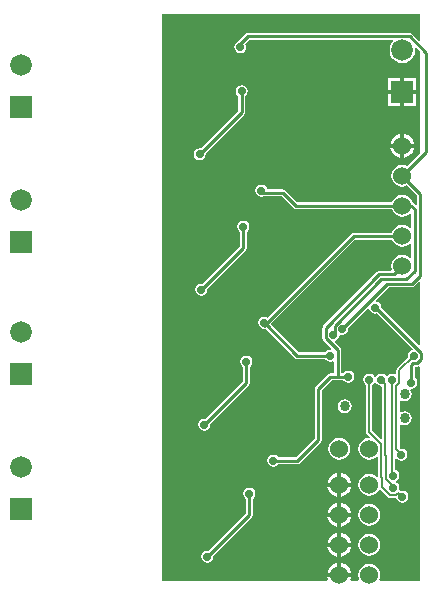
<source format=gbl>
G04 Layer_Physical_Order=2*
G04 Layer_Color=16711680*
%FSLAX25Y25*%
%MOIN*%
G70*
G01*
G75*
%ADD29C,0.00800*%
%ADD30C,0.01000*%
%ADD36C,0.03400*%
%ADD37C,0.07200*%
%ADD38R,0.07200X0.07200*%
%ADD39C,0.06000*%
%ADD40C,0.02800*%
G36*
X301000Y447239D02*
X300538Y447048D01*
X298293Y449293D01*
X297929Y449536D01*
X297500Y449622D01*
X297500Y449622D01*
X243500D01*
X243071Y449536D01*
X242707Y449293D01*
X242707Y449293D01*
X240207Y446793D01*
X240160Y446722D01*
X239558Y446320D01*
X239116Y445659D01*
X238961Y444878D01*
X239116Y444098D01*
X239558Y443436D01*
X240220Y442994D01*
X241000Y442839D01*
X241780Y442994D01*
X242442Y443436D01*
X242884Y444098D01*
X243039Y444878D01*
X242884Y445659D01*
X242628Y446042D01*
X243965Y447378D01*
X291986D01*
X292147Y446905D01*
X292004Y446796D01*
X291331Y445918D01*
X290908Y444896D01*
X290764Y443800D01*
X290908Y442704D01*
X291331Y441682D01*
X292004Y440804D01*
X292882Y440131D01*
X293904Y439708D01*
X295000Y439564D01*
X296096Y439708D01*
X297118Y440131D01*
X297995Y440804D01*
X298669Y441682D01*
X299092Y442704D01*
X299236Y443800D01*
X299135Y444572D01*
X299608Y444806D01*
X301000Y443414D01*
Y409586D01*
X296634Y405220D01*
X295940Y405507D01*
X295000Y405631D01*
X294060Y405507D01*
X293184Y405145D01*
X292432Y404567D01*
X291855Y403816D01*
X291493Y402940D01*
X291369Y402000D01*
X291493Y401060D01*
X291855Y400184D01*
X292432Y399432D01*
X293184Y398855D01*
X294060Y398493D01*
X295000Y398369D01*
X295940Y398493D01*
X296634Y398780D01*
X299879Y395535D01*
Y392361D01*
X299416Y392170D01*
X298793Y392793D01*
X298482Y393001D01*
X298145Y393815D01*
X297568Y394567D01*
X296815Y395145D01*
X295940Y395507D01*
X295000Y395631D01*
X294060Y395507D01*
X293184Y395145D01*
X292432Y394567D01*
X291855Y393815D01*
X291568Y393122D01*
X260051D01*
X256086Y397086D01*
X256086Y397086D01*
X255722Y397329D01*
X255293Y397415D01*
X255293Y397415D01*
X249957D01*
X249884Y397780D01*
X249442Y398442D01*
X248780Y398884D01*
X248000Y399039D01*
X247220Y398884D01*
X246558Y398442D01*
X246116Y397780D01*
X245961Y397000D01*
X246116Y396220D01*
X246558Y395558D01*
X247220Y395116D01*
X248000Y394961D01*
X248780Y395116D01*
X248863Y395171D01*
X254829D01*
X258793Y391207D01*
X258793Y391207D01*
X259157Y390964D01*
X259586Y390878D01*
X259586Y390879D01*
X291568D01*
X291855Y390184D01*
X292432Y389433D01*
X293184Y388855D01*
X294060Y388493D01*
X295000Y388369D01*
X295940Y388493D01*
X296815Y388855D01*
X297479Y389364D01*
X297978Y389220D01*
Y384780D01*
X297479Y384636D01*
X296815Y385145D01*
X295940Y385507D01*
X295000Y385631D01*
X294060Y385507D01*
X293184Y385145D01*
X292432Y384567D01*
X291855Y383816D01*
X291493Y382940D01*
X291490Y382920D01*
X278798D01*
X278798Y382920D01*
X278369Y382835D01*
X278005Y382591D01*
X250091Y354677D01*
X249780Y354884D01*
X249000Y355039D01*
X248220Y354884D01*
X247558Y354442D01*
X247116Y353780D01*
X246961Y353000D01*
X247116Y352220D01*
X247558Y351558D01*
X248220Y351116D01*
X248395Y351081D01*
X248571Y350964D01*
X249000Y350878D01*
X249429Y350964D01*
X249442Y350972D01*
X259207Y341207D01*
X259207Y341207D01*
X259571Y340964D01*
X260000Y340879D01*
X269344D01*
X269558Y340558D01*
X270220Y340116D01*
X271000Y339961D01*
X271780Y340116D01*
X271937Y340221D01*
X272378Y339985D01*
Y336122D01*
X271000D01*
X270571Y336036D01*
X270207Y335793D01*
X270207Y335793D01*
X266207Y331793D01*
X265964Y331429D01*
X265878Y331000D01*
X265879Y331000D01*
Y314465D01*
X259535Y308121D01*
X253656D01*
X253442Y308442D01*
X252780Y308884D01*
X252000Y309039D01*
X251220Y308884D01*
X250558Y308442D01*
X250116Y307780D01*
X249961Y307000D01*
X250116Y306220D01*
X250558Y305558D01*
X251220Y305116D01*
X252000Y304961D01*
X252780Y305116D01*
X253442Y305558D01*
X253656Y305878D01*
X260000D01*
X260000Y305878D01*
X260429Y305964D01*
X260793Y306207D01*
X267793Y313207D01*
X267793Y313207D01*
X268036Y313571D01*
X268122Y314000D01*
Y330535D01*
X271465Y333878D01*
X275344D01*
X275558Y333558D01*
X276220Y333116D01*
X277000Y332961D01*
X277780Y333116D01*
X278442Y333558D01*
X278884Y334220D01*
X279039Y335000D01*
X278884Y335780D01*
X278442Y336442D01*
X277780Y336884D01*
X277000Y337039D01*
X276220Y336884D01*
X275558Y336442D01*
X275344Y336122D01*
X274622D01*
Y343965D01*
X274536Y344394D01*
X274293Y344758D01*
X274293Y344758D01*
X272450Y346601D01*
X272595Y347079D01*
X272780Y347116D01*
X273442Y347558D01*
X273884Y348220D01*
X273978Y348693D01*
X274162Y349014D01*
X274521Y349056D01*
X275000Y348961D01*
X275780Y349116D01*
X276442Y349558D01*
X276884Y350220D01*
X277039Y351000D01*
X276964Y351378D01*
X283473Y357887D01*
X284016Y357723D01*
X284116Y357220D01*
X284558Y356558D01*
X285220Y356116D01*
X286000Y355961D01*
X286723Y356105D01*
X298429Y344399D01*
X298284Y343921D01*
X298098Y343884D01*
X297437Y343442D01*
X296995Y342780D01*
X296839Y342000D01*
X296939Y341502D01*
X293358Y337921D01*
X293137Y337590D01*
X293059Y337200D01*
Y336007D01*
X292618Y335771D01*
X292450Y335884D01*
X291670Y336039D01*
X290889Y335884D01*
X290228Y335442D01*
X290085Y335228D01*
X289585D01*
X289442Y335442D01*
X288780Y335884D01*
X288000Y336039D01*
X287220Y335884D01*
X286558Y335442D01*
X286300Y335056D01*
X285700D01*
X285442Y335442D01*
X284780Y335884D01*
X284000Y336039D01*
X283220Y335884D01*
X282558Y335442D01*
X282116Y334780D01*
X281961Y334000D01*
X282116Y333220D01*
X282558Y332558D01*
X282980Y332276D01*
Y316657D01*
X283058Y316267D01*
X283279Y315936D01*
X284144Y315071D01*
X283891Y314617D01*
X283060Y314507D01*
X282185Y314145D01*
X281433Y313567D01*
X280855Y312815D01*
X280493Y311940D01*
X280369Y311000D01*
X280493Y310060D01*
X280855Y309185D01*
X281433Y308433D01*
X282185Y307855D01*
X283060Y307493D01*
X284000Y307369D01*
X284940Y307493D01*
X285816Y307855D01*
X286480Y308366D01*
X286980Y308224D01*
Y301851D01*
X286795Y301724D01*
X286480Y301634D01*
X285816Y302145D01*
X284940Y302507D01*
X284000Y302631D01*
X283060Y302507D01*
X282185Y302145D01*
X281433Y301568D01*
X280855Y300816D01*
X280493Y299940D01*
X280369Y299000D01*
X280493Y298060D01*
X280855Y297184D01*
X281433Y296432D01*
X282185Y295855D01*
X283060Y295493D01*
X284000Y295369D01*
X284940Y295493D01*
X285816Y295855D01*
X286567Y296432D01*
X287145Y297184D01*
X287182Y297275D01*
X287772Y297392D01*
X290285Y294879D01*
X290616Y294658D01*
X291006Y294580D01*
X292994D01*
X293042Y294590D01*
X293116Y294220D01*
X293558Y293558D01*
X294220Y293116D01*
X295000Y292961D01*
X295780Y293116D01*
X296442Y293558D01*
X296884Y294220D01*
X297039Y295000D01*
X296884Y295780D01*
X296442Y296442D01*
X295780Y296884D01*
X295000Y297039D01*
X294502Y296940D01*
X294418Y297024D01*
X294087Y297245D01*
X293897Y297283D01*
X294039Y298000D01*
X293884Y298780D01*
X293442Y299442D01*
X293056Y299700D01*
Y300300D01*
X293442Y300558D01*
X293884Y301220D01*
X294039Y302000D01*
X293884Y302780D01*
X293442Y303442D01*
X292780Y303884D01*
X292689Y303902D01*
Y307499D01*
X293189Y307651D01*
X293251Y307558D01*
X293913Y307116D01*
X294693Y306961D01*
X295474Y307116D01*
X296135Y307558D01*
X296577Y308220D01*
X296732Y309000D01*
X296577Y309780D01*
X296135Y310442D01*
X295474Y310884D01*
X294693Y311039D01*
X294451Y310991D01*
X294089Y311353D01*
Y318879D01*
X294589Y319146D01*
X294903Y318936D01*
X295819Y318754D01*
X296736Y318936D01*
X297514Y319456D01*
X298033Y320233D01*
X298216Y321150D01*
X298033Y322067D01*
X297514Y322844D01*
X296736Y323364D01*
X295819Y323546D01*
X294903Y323364D01*
X294589Y323154D01*
X294089Y323422D01*
Y326878D01*
X294589Y327146D01*
X294903Y326936D01*
X295819Y326754D01*
X296736Y326936D01*
X297514Y327456D01*
X298033Y328233D01*
X298216Y329150D01*
X298033Y330067D01*
X297742Y330502D01*
X298000Y330961D01*
X298780Y331116D01*
X299442Y331558D01*
X299884Y332220D01*
X300039Y333000D01*
X299884Y333780D01*
X299442Y334442D01*
X299121Y334656D01*
Y338379D01*
X299914D01*
X299914Y338378D01*
X300343Y338464D01*
X300500Y338568D01*
X301000Y338314D01*
X301000Y267000D01*
X300344D01*
X300000Y267034D01*
X299656Y267000D01*
X287609D01*
X287275Y267500D01*
X287507Y268060D01*
X287631Y269000D01*
X287507Y269940D01*
X287145Y270815D01*
X286567Y271568D01*
X285816Y272145D01*
X284940Y272507D01*
X284000Y272631D01*
X283060Y272507D01*
X282185Y272145D01*
X281433Y271568D01*
X280855Y270815D01*
X280493Y269940D01*
X280369Y269000D01*
X280493Y268060D01*
X280725Y267500D01*
X280391Y267000D01*
X277951D01*
X277673Y267416D01*
X277897Y267956D01*
X277942Y268300D01*
X274000D01*
X270058D01*
X270103Y267956D01*
X270327Y267416D01*
X270049Y267000D01*
X215000D01*
Y456000D01*
X301000D01*
Y447239D01*
D02*
G37*
G36*
X291855Y380185D02*
X292432Y379433D01*
X293184Y378855D01*
X294060Y378493D01*
X295000Y378369D01*
X295940Y378493D01*
X296815Y378855D01*
X297479Y379364D01*
X297978Y379220D01*
Y374780D01*
X297479Y374636D01*
X296815Y375145D01*
X295940Y375507D01*
X295000Y375631D01*
X294060Y375507D01*
X293184Y375145D01*
X292432Y374568D01*
X291855Y373815D01*
X291493Y372940D01*
X291369Y372000D01*
X291493Y371060D01*
X291592Y370822D01*
X291257Y370321D01*
X287402D01*
X287402Y370322D01*
X286972Y370236D01*
X286609Y369993D01*
X268707Y352091D01*
X268464Y351728D01*
X268378Y351298D01*
X268378Y351298D01*
Y347965D01*
X268378Y347965D01*
X268464Y347535D01*
X268707Y347171D01*
X271411Y344467D01*
X271165Y344006D01*
X271000Y344039D01*
X270220Y343884D01*
X269558Y343442D01*
X269344Y343122D01*
X260465D01*
X251086Y352500D01*
X279263Y380677D01*
X291652D01*
X291855Y380185D01*
D02*
G37*
G36*
X301000Y366498D02*
Y345654D01*
X300538Y345462D01*
X288033Y357968D01*
X288039Y358000D01*
X287884Y358780D01*
X287442Y359442D01*
X286780Y359884D01*
X286277Y359984D01*
X286113Y360527D01*
X290465Y364879D01*
X298263D01*
X298263Y364878D01*
X298692Y364964D01*
X299056Y365207D01*
X300538Y366689D01*
X301000Y366498D01*
D02*
G37*
G36*
X286558Y332558D02*
X287220Y332116D01*
X288000Y331961D01*
X288380Y331649D01*
Y314372D01*
X287918Y314180D01*
X285020Y317079D01*
Y332276D01*
X285442Y332558D01*
X285700Y332944D01*
X286300D01*
X286558Y332558D01*
D02*
G37*
%LPC*%
G36*
X299600Y434600D02*
X295700D01*
Y430700D01*
X299600D01*
Y434600D01*
D02*
G37*
G36*
X294300D02*
X290400D01*
Y430700D01*
X294300D01*
Y434600D01*
D02*
G37*
G36*
X299600Y429300D02*
X295700D01*
Y425400D01*
X299600D01*
Y429300D01*
D02*
G37*
G36*
X294300D02*
X290400D01*
Y425400D01*
X294300D01*
Y429300D01*
D02*
G37*
G36*
X295700Y415942D02*
Y412700D01*
X298942D01*
X298897Y413044D01*
X298494Y414017D01*
X297853Y414853D01*
X297017Y415494D01*
X296044Y415897D01*
X295700Y415942D01*
D02*
G37*
G36*
X294300D02*
X293956Y415897D01*
X292983Y415494D01*
X292147Y414853D01*
X291506Y414017D01*
X291103Y413044D01*
X291058Y412700D01*
X294300D01*
Y415942D01*
D02*
G37*
G36*
X241512Y432227D02*
X240731Y432072D01*
X240070Y431630D01*
X239628Y430969D01*
X239473Y430188D01*
X239628Y429408D01*
X240070Y428746D01*
X240390Y428532D01*
Y423653D01*
X227890Y411152D01*
X227512Y411227D01*
X226731Y411072D01*
X226070Y410630D01*
X225628Y409969D01*
X225473Y409188D01*
X225628Y408408D01*
X226070Y407746D01*
X226731Y407304D01*
X227512Y407149D01*
X228292Y407304D01*
X228954Y407746D01*
X229396Y408408D01*
X229551Y409188D01*
X229476Y409566D01*
X242305Y422395D01*
X242548Y422759D01*
X242633Y423188D01*
X242633Y423188D01*
Y428532D01*
X242954Y428746D01*
X243396Y429408D01*
X243551Y430188D01*
X243396Y430969D01*
X242954Y431630D01*
X242292Y432072D01*
X241512Y432227D01*
D02*
G37*
G36*
X298942Y411300D02*
X295700D01*
Y408058D01*
X296044Y408103D01*
X297017Y408506D01*
X297853Y409147D01*
X298494Y409983D01*
X298897Y410956D01*
X298942Y411300D01*
D02*
G37*
G36*
X294300D02*
X291058D01*
X291103Y410956D01*
X291506Y409983D01*
X292147Y409147D01*
X292983Y408506D01*
X293956Y408103D01*
X294300Y408058D01*
Y411300D01*
D02*
G37*
G36*
X242000Y387039D02*
X241220Y386884D01*
X240558Y386442D01*
X240116Y385780D01*
X239961Y385000D01*
X240116Y384220D01*
X240558Y383558D01*
X240879Y383344D01*
Y378465D01*
X228378Y365964D01*
X228000Y366039D01*
X227220Y365884D01*
X226558Y365442D01*
X226116Y364780D01*
X225961Y364000D01*
X226116Y363220D01*
X226558Y362558D01*
X227220Y362116D01*
X228000Y361961D01*
X228780Y362116D01*
X229442Y362558D01*
X229884Y363220D01*
X230039Y364000D01*
X229964Y364378D01*
X242793Y377207D01*
X243036Y377571D01*
X243122Y378000D01*
X243122Y378000D01*
Y383344D01*
X243442Y383558D01*
X243884Y384220D01*
X244039Y385000D01*
X243884Y385780D01*
X243442Y386442D01*
X242780Y386884D01*
X242000Y387039D01*
D02*
G37*
G36*
X275819Y327546D02*
X274903Y327364D01*
X274125Y326844D01*
X273606Y326067D01*
X273424Y325150D01*
X273606Y324233D01*
X274125Y323456D01*
X274903Y322936D01*
X275819Y322754D01*
X276736Y322936D01*
X277514Y323456D01*
X278033Y324233D01*
X278216Y325150D01*
X278033Y326067D01*
X277514Y326844D01*
X276736Y327364D01*
X275819Y327546D01*
D02*
G37*
G36*
X243000Y342039D02*
X242220Y341884D01*
X241558Y341442D01*
X241116Y340780D01*
X240961Y340000D01*
X241116Y339220D01*
X241558Y338558D01*
X241879Y338344D01*
Y333465D01*
X229378Y320964D01*
X229000Y321039D01*
X228220Y320884D01*
X227558Y320442D01*
X227116Y319780D01*
X226961Y319000D01*
X227116Y318220D01*
X227558Y317558D01*
X228220Y317116D01*
X229000Y316961D01*
X229780Y317116D01*
X230442Y317558D01*
X230884Y318220D01*
X231039Y319000D01*
X230964Y319378D01*
X243793Y332207D01*
X244036Y332571D01*
X244122Y333000D01*
X244122Y333000D01*
Y338344D01*
X244442Y338558D01*
X244884Y339220D01*
X245039Y340000D01*
X244884Y340780D01*
X244442Y341442D01*
X243780Y341884D01*
X243000Y342039D01*
D02*
G37*
G36*
X274000Y314631D02*
X273060Y314507D01*
X272184Y314145D01*
X271432Y313567D01*
X270855Y312815D01*
X270493Y311940D01*
X270369Y311000D01*
X270493Y310060D01*
X270855Y309185D01*
X271432Y308433D01*
X272184Y307855D01*
X273060Y307493D01*
X274000Y307369D01*
X274940Y307493D01*
X275816Y307855D01*
X276568Y308433D01*
X277145Y309185D01*
X277507Y310060D01*
X277631Y311000D01*
X277507Y311940D01*
X277145Y312815D01*
X276568Y313567D01*
X275816Y314145D01*
X274940Y314507D01*
X274000Y314631D01*
D02*
G37*
G36*
X274700Y302942D02*
Y299700D01*
X277942D01*
X277897Y300044D01*
X277494Y301017D01*
X276853Y301853D01*
X276017Y302494D01*
X275044Y302897D01*
X274700Y302942D01*
D02*
G37*
G36*
X273300D02*
X272956Y302897D01*
X271983Y302494D01*
X271147Y301853D01*
X270506Y301017D01*
X270103Y300044D01*
X270058Y299700D01*
X273300D01*
Y302942D01*
D02*
G37*
G36*
X277942Y298300D02*
X274700D01*
Y295058D01*
X275044Y295103D01*
X276017Y295506D01*
X276853Y296147D01*
X277494Y296983D01*
X277897Y297956D01*
X277942Y298300D01*
D02*
G37*
G36*
X273300D02*
X270058D01*
X270103Y297956D01*
X270506Y296983D01*
X271147Y296147D01*
X271983Y295506D01*
X272956Y295103D01*
X273300Y295058D01*
Y298300D01*
D02*
G37*
G36*
X274700Y292942D02*
Y289700D01*
X277942D01*
X277897Y290044D01*
X277494Y291017D01*
X276853Y291853D01*
X276017Y292494D01*
X275044Y292897D01*
X274700Y292942D01*
D02*
G37*
G36*
X273300D02*
X272956Y292897D01*
X271983Y292494D01*
X271147Y291853D01*
X270506Y291017D01*
X270103Y290044D01*
X270058Y289700D01*
X273300D01*
Y292942D01*
D02*
G37*
G36*
X284000Y292631D02*
X283060Y292507D01*
X282185Y292145D01*
X281433Y291567D01*
X280855Y290815D01*
X280493Y289940D01*
X280369Y289000D01*
X280493Y288060D01*
X280855Y287185D01*
X281433Y286433D01*
X282185Y285855D01*
X283060Y285493D01*
X284000Y285369D01*
X284940Y285493D01*
X285816Y285855D01*
X286567Y286433D01*
X287145Y287185D01*
X287507Y288060D01*
X287631Y289000D01*
X287507Y289940D01*
X287145Y290815D01*
X286567Y291567D01*
X285816Y292145D01*
X284940Y292507D01*
X284000Y292631D01*
D02*
G37*
G36*
X277942Y288300D02*
X274700D01*
Y285058D01*
X275044Y285103D01*
X276017Y285506D01*
X276853Y286147D01*
X277494Y286983D01*
X277897Y287956D01*
X277942Y288300D01*
D02*
G37*
G36*
X273300D02*
X270058D01*
X270103Y287956D01*
X270506Y286983D01*
X271147Y286147D01*
X271983Y285506D01*
X272956Y285103D01*
X273300Y285058D01*
Y288300D01*
D02*
G37*
G36*
X274700Y282942D02*
Y279700D01*
X277942D01*
X277897Y280044D01*
X277494Y281017D01*
X276853Y281853D01*
X276017Y282494D01*
X275044Y282897D01*
X274700Y282942D01*
D02*
G37*
G36*
X273300D02*
X272956Y282897D01*
X271983Y282494D01*
X271147Y281853D01*
X270506Y281017D01*
X270103Y280044D01*
X270058Y279700D01*
X273300D01*
Y282942D01*
D02*
G37*
G36*
X244000Y298039D02*
X243220Y297884D01*
X242558Y297442D01*
X242116Y296780D01*
X241961Y296000D01*
X242116Y295220D01*
X242558Y294558D01*
X242879Y294344D01*
Y289465D01*
X230378Y276964D01*
X230000Y277039D01*
X229220Y276884D01*
X228558Y276442D01*
X228116Y275780D01*
X227961Y275000D01*
X228116Y274220D01*
X228558Y273558D01*
X229220Y273116D01*
X230000Y272961D01*
X230780Y273116D01*
X231442Y273558D01*
X231884Y274220D01*
X232039Y275000D01*
X231964Y275378D01*
X244793Y288207D01*
X245036Y288571D01*
X245122Y289000D01*
X245122Y289000D01*
Y294344D01*
X245442Y294558D01*
X245884Y295220D01*
X246039Y296000D01*
X245884Y296780D01*
X245442Y297442D01*
X244780Y297884D01*
X244000Y298039D01*
D02*
G37*
G36*
X284000Y282631D02*
X283060Y282507D01*
X282185Y282145D01*
X281433Y281568D01*
X280855Y280816D01*
X280493Y279940D01*
X280369Y279000D01*
X280493Y278060D01*
X280855Y277185D01*
X281433Y276432D01*
X282185Y275855D01*
X283060Y275493D01*
X284000Y275369D01*
X284940Y275493D01*
X285816Y275855D01*
X286567Y276432D01*
X287145Y277185D01*
X287507Y278060D01*
X287631Y279000D01*
X287507Y279940D01*
X287145Y280816D01*
X286567Y281568D01*
X285816Y282145D01*
X284940Y282507D01*
X284000Y282631D01*
D02*
G37*
G36*
X277942Y278300D02*
X274700D01*
Y275058D01*
X275044Y275103D01*
X276017Y275506D01*
X276853Y276147D01*
X277494Y276983D01*
X277897Y277956D01*
X277942Y278300D01*
D02*
G37*
G36*
X273300D02*
X270058D01*
X270103Y277956D01*
X270506Y276983D01*
X271147Y276147D01*
X271983Y275506D01*
X272956Y275103D01*
X273300Y275058D01*
Y278300D01*
D02*
G37*
G36*
X274700Y272942D02*
Y269700D01*
X277942D01*
X277897Y270044D01*
X277494Y271017D01*
X276853Y271853D01*
X276017Y272494D01*
X275044Y272897D01*
X274700Y272942D01*
D02*
G37*
G36*
X273300D02*
X272956Y272897D01*
X271983Y272494D01*
X271147Y271853D01*
X270506Y271017D01*
X270103Y270044D01*
X270058Y269700D01*
X273300D01*
Y272942D01*
D02*
G37*
%LPD*%
D29*
X293697Y296303D02*
X295000Y295000D01*
X293697Y296303D02*
X293697D01*
X292994Y295600D02*
X293697Y296303D01*
X291006Y295600D02*
X292994D01*
X288000Y301626D02*
Y312657D01*
X284000Y316657D02*
X288000Y312657D01*
X284000Y316657D02*
Y334000D01*
X293070Y310930D02*
X295000Y309000D01*
X294693D02*
X295000D01*
X288200Y298406D02*
Y301426D01*
Y298406D02*
X291006Y295600D01*
X292000Y298000D02*
Y298606D01*
X291670Y302330D02*
X292000Y302000D01*
X288000Y334000D02*
X289400Y332600D01*
X289600Y301006D02*
X292000Y298606D01*
X289600Y301006D02*
Y308563D01*
X289400Y308763D02*
X289600Y308563D01*
X289400Y308763D02*
Y332600D01*
X288000Y301626D02*
X288200Y301426D01*
X293070Y310930D02*
Y332006D01*
X294079Y333015D01*
Y337200D01*
X291670Y302330D02*
Y334000D01*
X294079Y337200D02*
X298879Y342000D01*
D30*
X298000Y333000D02*
Y339000D01*
X298500Y339500D01*
X271000Y335000D02*
X277000D01*
X267000Y331000D02*
X271000Y335000D01*
X267000Y314000D02*
Y331000D01*
X260000Y307000D02*
X267000Y314000D01*
X249500Y352500D02*
X278798Y381798D01*
X249000Y352000D02*
X249500Y352500D01*
X260000Y342000D01*
X271000D01*
X292200Y369200D02*
X295000Y372000D01*
X278798Y381798D02*
X294798D01*
X295000Y382000D01*
X259586Y392000D02*
X295000D01*
X243500Y448500D02*
X297500D01*
X252000Y307000D02*
X260000D01*
X248000Y397000D02*
X248707Y396293D01*
X255293D01*
X259586Y392000D01*
X241000Y444878D02*
Y446000D01*
X243500Y448500D01*
X242000Y378000D02*
Y385000D01*
X243000Y333000D02*
Y340000D01*
X229000Y319000D02*
X243000Y333000D01*
X244000Y289000D02*
Y296000D01*
X230000Y275000D02*
X244000Y289000D01*
X227512Y409188D02*
X241512Y423188D01*
Y430188D01*
X228000Y364000D02*
X242000Y378000D01*
X249000Y353000D02*
X249500Y352500D01*
X249000Y352000D02*
Y353000D01*
X290000Y366000D02*
X298263D01*
X296398Y367600D02*
X299100Y370302D01*
X298500Y339500D02*
X299914D01*
X301379Y340965D01*
Y343036D01*
X286000Y358000D02*
X286414D01*
X301379Y343036D01*
X295000Y392000D02*
X298000D01*
X299100Y390900D01*
Y370302D02*
Y390900D01*
X298263Y366000D02*
X301000Y368737D01*
Y396000D01*
X295000Y402000D02*
X301000Y396000D01*
X295000Y402000D02*
X303000Y410000D01*
Y443000D01*
X297500Y448500D02*
X303000Y443000D01*
X288065Y367600D02*
X296398D01*
X287402Y369200D02*
X292200D01*
X272500Y352035D02*
X288065Y367600D01*
X275000Y351000D02*
X290000Y366000D01*
X269500Y351298D02*
X287402Y369200D01*
X269500Y347965D02*
Y351298D01*
Y347965D02*
X273500Y343965D01*
Y335000D02*
Y343965D01*
X272500Y349500D02*
Y352035D01*
X272000Y349000D02*
X272500Y349500D01*
D36*
X275819Y325150D02*
D03*
X295819Y329150D02*
D03*
Y321150D02*
D03*
D37*
X168000Y304800D02*
D03*
Y349800D02*
D03*
Y393800D02*
D03*
Y438800D02*
D03*
X295000Y443800D02*
D03*
D38*
X168000Y291000D02*
D03*
Y336000D02*
D03*
Y380000D02*
D03*
Y425000D02*
D03*
X295000Y430000D02*
D03*
D39*
Y412000D02*
D03*
Y402000D02*
D03*
Y392000D02*
D03*
Y382000D02*
D03*
Y372000D02*
D03*
X274000Y311000D02*
D03*
X284000D02*
D03*
Y269000D02*
D03*
X274000D02*
D03*
X284000Y279000D02*
D03*
X274000D02*
D03*
X284000Y289000D02*
D03*
X274000D02*
D03*
X284000Y299000D02*
D03*
X274000D02*
D03*
D40*
X295000Y295000D02*
D03*
X284000Y334000D02*
D03*
X292000Y298000D02*
D03*
X298000Y333000D02*
D03*
X288000Y334000D02*
D03*
X294693Y309000D02*
D03*
X277000Y335000D02*
D03*
X271000Y342000D02*
D03*
X286000Y358000D02*
D03*
X284000Y343000D02*
D03*
X290000Y349000D02*
D03*
Y343000D02*
D03*
X284000Y349000D02*
D03*
X286874Y346063D02*
D03*
X252000Y307000D02*
D03*
X248000Y397000D02*
D03*
X246000Y394000D02*
D03*
X241000Y444878D02*
D03*
X252000Y381000D02*
D03*
X242000Y385000D02*
D03*
X246000Y381000D02*
D03*
X231000Y350000D02*
D03*
X231957Y437637D02*
D03*
X232445Y392449D02*
D03*
X233445Y347449D02*
D03*
X234445Y303449D02*
D03*
X258000Y282000D02*
D03*
X257000Y326000D02*
D03*
X254000Y278000D02*
D03*
X228000Y364000D02*
D03*
X229000Y319000D02*
D03*
X230000Y275000D02*
D03*
X257000Y332000D02*
D03*
X247000Y335000D02*
D03*
Y322000D02*
D03*
Y346000D02*
D03*
X253000Y335000D02*
D03*
Y322000D02*
D03*
X243000Y340000D02*
D03*
X236000Y350000D02*
D03*
Y345000D02*
D03*
X231000D02*
D03*
X258000Y288000D02*
D03*
X248000Y292000D02*
D03*
Y278000D02*
D03*
Y302000D02*
D03*
X251000Y292000D02*
D03*
X248000Y305000D02*
D03*
X244000Y296000D02*
D03*
X237000Y306000D02*
D03*
X232000D02*
D03*
X237000Y301000D02*
D03*
X232000D02*
D03*
X227512Y409188D02*
D03*
X229512Y440188D02*
D03*
X234512D02*
D03*
Y435188D02*
D03*
X229512D02*
D03*
X245512Y439188D02*
D03*
Y436188D02*
D03*
X246000Y426000D02*
D03*
X249000D02*
D03*
X256000Y423000D02*
D03*
Y417000D02*
D03*
X241512Y430188D02*
D03*
X246000Y412000D02*
D03*
X230000Y390000D02*
D03*
X235000D02*
D03*
X230000Y395000D02*
D03*
X235000D02*
D03*
X246000Y391000D02*
D03*
Y367000D02*
D03*
X256000Y377000D02*
D03*
X247000Y349000D02*
D03*
X249000Y353000D02*
D03*
X252000Y367000D02*
D03*
X292000Y302000D02*
D03*
X291670Y334000D02*
D03*
X298879Y342000D02*
D03*
X275000Y351000D02*
D03*
X272000Y349000D02*
D03*
X252000Y426000D02*
D03*
X255000D02*
D03*
X249000Y381000D02*
D03*
X255000D02*
D03*
X249000Y367000D02*
D03*
X255000D02*
D03*
X250000Y335000D02*
D03*
X256000D02*
D03*
X250000Y322000D02*
D03*
X256000D02*
D03*
X257000Y292000D02*
D03*
X254000D02*
D03*
X251000Y278000D02*
D03*
X258000Y285000D02*
D03*
X251000Y303000D02*
D03*
X250000Y347000D02*
D03*
Y344000D02*
D03*
X249000Y392000D02*
D03*
Y389000D02*
D03*
Y437000D02*
D03*
Y434000D02*
D03*
X251000Y300000D02*
D03*
X257000Y329000D02*
D03*
X256000Y374000D02*
D03*
Y420000D02*
D03*
X249000Y412000D02*
D03*
X255000Y414000D02*
D03*
X252000Y412000D02*
D03*
X256000Y371000D02*
D03*
M02*

</source>
